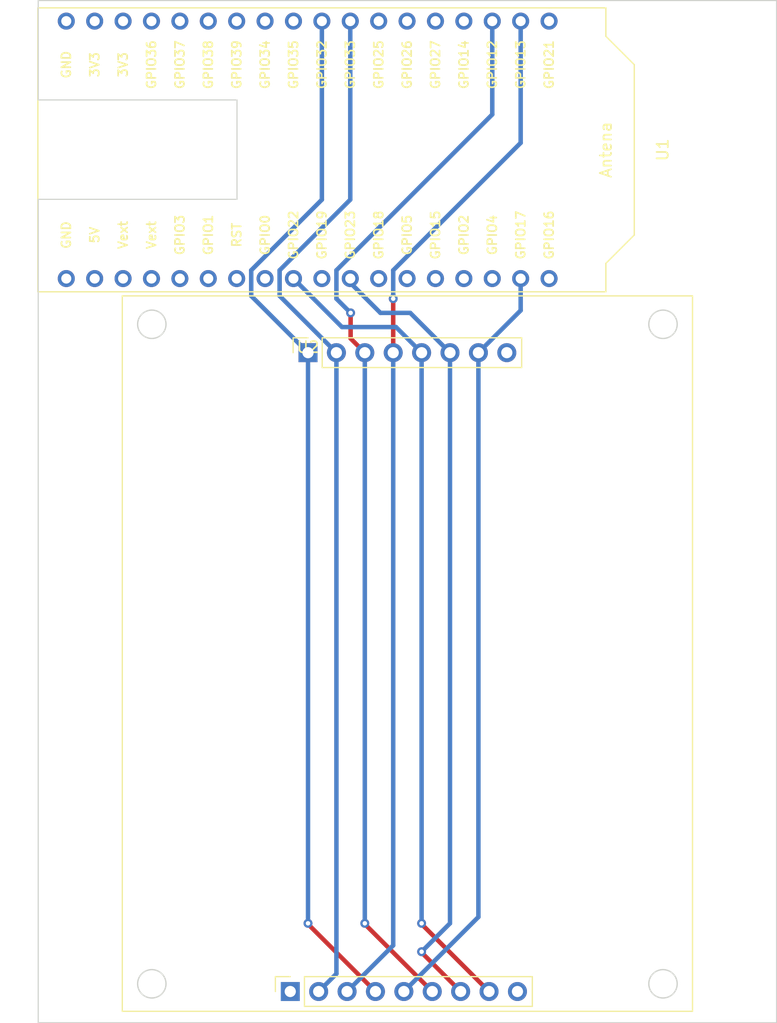
<source format=kicad_pcb>
(kicad_pcb (version 20221018) (generator pcbnew)
  (layers (0 "F.Cu" signal) (31 "B.Cu" signal) (34 "B.Paste" user) (35 "F.Paste" user) (36 "B.SilkS" user "B.Silkscreen") (37 "F.SilkS" user "F.Silkscreen") (38 "B.Mask" user) (39 "F.Mask" user) (44 "Edge.Cuts" user))
  (net 0 "")
  (net 9 "R2")
  (net 11 "R3")
  (net 17 "R4")
  (net 20 "R1")
  (net 21 "C3")
  (net 26 "C2")
  (net 27 "C1")
  (footprint "Heltec_wifi_LoRa_v2:Heltec_WiFi_LoRa_V2" (layer "F.Cu") (at 140.94 61.615 90)
    (fp_text reference "U1" (at 0 27.94 90) (layer "F.SilkS"))
    (fp_text value "Heltec_Wifi_LoRa_V1")
    (fp_text user "GPIO2" (at -7.62 10.16 90) (layer "F.SilkS") (effects (font (size 0.8 0.8))))
    (fp_text user "GPIO13" (at 7.62 15.24 90) (layer "F.SilkS") (effects (font (size 0.8 0.8))))
    (fp_text user "GPIO0" (at -7.62 -7.62 90) (layer "F.SilkS") (effects (font (size 0.8 0.8))))
    (fp_text user "3V3" (at 7.62 -22.86 90) (layer "F.SilkS") (effects (font (size 0.8 0.8))))
    (fp_text user "3V3" (at 7.62 -20.32 90) (layer "F.SilkS") (effects (font (size 0.8 0.8))))
    (fp_text user "Vext" (at -7.62 -20.32 90) (layer "F.SilkS") (effects (font (size 0.8 0.8))))
    (fp_text user "GPIO32" (at 7.62 -2.54 90) (layer "F.SilkS") (effects (font (size 0.8 0.8))))
    (fp_text user "GPIO37" (at 7.62 -15.24 90) (layer "F.SilkS") (effects (font (size 0.8 0.8))))
    (fp_text user "5V" (at -7.62 -22.86 90) (layer "F.SilkS") (effects (font (size 0.8 0.8))))
    (fp_text user "GPIO34" (at 7.62 -7.62 90) (layer "F.SilkS") (effects (font (size 0.8 0.8))))
    (fp_text user "RST" (at -7.62 -10.16 90) (layer "F.SilkS") (effects (font (size 0.8 0.8))))
    (fp_text user "GPIO3" (at -7.62 -15.24 90) (layer "F.SilkS") (effects (font (size 0.8 0.8))))
    (fp_text user "GPIO33" (at 7.62 0 90) (layer "F.SilkS") (effects (font (size 0.8 0.8))))
    (fp_text user "GND" (at 7.62 -25.4 90) (layer "F.SilkS") (effects (font (size 0.8 0.8))))
    (fp_text user "GPIO26" (at 7.62 5.08 90) (layer "F.SilkS") (effects (font (size 0.8 0.8))))
    (fp_text user "Vext" (at -7.62 -17.78 90) (layer "F.SilkS") (effects (font (size 0.8 0.8))))
    (fp_text user "GPIO18" (at -7.62 2.54 90) (layer "F.SilkS") (effects (font (size 0.8 0.8))))
    (fp_text user "GPIO17" (at -7.62 15.24 90) (layer "F.SilkS") (effects (font (size 0.8 0.8))))
    (fp_text user "GPIO4" (at -7.62 12.7 90) (layer "F.SilkS") (effects (font (size 0.8 0.8))))
    (fp_text user "GPIO23" (at -7.62 0 90) (layer "F.SilkS") (effects (font (size 0.8 0.8))))
    (fp_text user "GPIO19" (at -7.62 -2.54 90) (layer "F.SilkS") (effects (font (size 0.8 0.8))))
    (fp_text user "GPIO21" (at 7.62 17.78 90) (layer "F.SilkS") (effects (font (size 0.8 0.8))))
    (fp_text user "GPIO36" (at 7.62 -17.78 90) (layer "F.SilkS") (effects (font (size 0.8 0.8))))
    (fp_text user "GPIO38" (at 7.62 -12.7 90) (layer "F.SilkS") (effects (font (size 0.8 0.8))))
    (fp_text user "GPIO14" (at 7.62 10.16 90) (layer "F.SilkS") (effects (font (size 0.8 0.8))))
    (fp_text user "GPIO16" (at -7.62 17.78 90) (layer "F.SilkS") (effects (font (size 0.8 0.8))))
    (fp_text user "Antena" (at 0 22.86 90) (layer "F.SilkS"))
    (fp_text user "GND" (at -7.62 -25.4 90) (layer "F.SilkS") (effects (font (size 0.8 0.8))))
    (fp_text user "GPIO39" (at 7.62 -10.16 90) (layer "F.SilkS") (effects (font (size 0.8 0.8))))
    (fp_text user "GPIO15" (at -7.62 7.62 90) (layer "F.SilkS") (effects (font (size 0.8 0.8))))
    (fp_text user "GPIO35" (at 7.62 -5.08 90) (layer "F.SilkS") (effects (font (size 0.8 0.8))))
    (fp_text user "GPIO1" (at -7.62 -12.7 90) (layer "F.SilkS") (effects (font (size 0.8 0.8))))
    (fp_text user "GPIO5" (at -7.62 5.08 90) (layer "F.SilkS") (effects (font (size 0.8 0.8))))
    (fp_text user "GPIO27" (at 7.62 7.62 90) (layer "F.SilkS") (effects (font (size 0.8 0.8))))
    (fp_text user "GPIO25" (at 7.62 2.54 90) (layer "F.SilkS") (effects (font (size 0.8 0.8))))
    (fp_text user "GPIO12" (at 7.62 12.7 90) (layer "F.SilkS") (effects (font (size 0.8 0.8))))
    (fp_text user "GPIO22" (at -7.62 -5.08 90) (layer "F.SilkS") (effects (font (size 0.8 0.8))))
    (fp_line (start -12.7 -27.94) (end -12.7 17.78) (stroke (width 0.12)) (layer "F.SilkS"))
    (fp_line (start -12.7 -27.94) (end 12.7 -27.94) (stroke (width 0.12)) (layer "F.SilkS"))
    (fp_line (start -12.7 17.78) (end -12.7 22.86) (stroke (width 0.12)) (layer "F.SilkS"))
    (fp_line (start -12.7 22.86) (end -10.16 22.86) (stroke (width 0.12)) (layer "F.SilkS"))
    (fp_line (start -10.16 22.86) (end -7.62 25.4) (stroke (width 0.12)) (layer "F.SilkS"))
    (fp_line (start -7.62 25.4) (end 7.62 25.4) (stroke (width 0.12)) (layer "F.SilkS"))
    (fp_line (start 7.62 25.4) (end 10.16 22.86) (stroke (width 0.12)) (layer "F.SilkS"))
    (fp_line (start 10.16 22.86) (end 12.7 22.86) (stroke (width 0.12)) (layer "F.SilkS"))
    (fp_line (start 12.7 17.78) (end 12.7 -27.94) (stroke (width 0.12)) (layer "F.SilkS"))
    (fp_line (start 12.7 22.86) (end 12.7 17.78) (stroke (width 0.12)) (layer "F.SilkS"))
    (pad "1" thru_hole circle locked (at -11.515 -25.4 90) (size 1.524 1.524) (drill 0.9) (layers "*.Cu" "*.Mask"))
    (pad "2" thru_hole circle locked (at -11.515 -22.86 90) (size 1.524 1.524) (drill 0.9) (layers "*.Cu" "*.Mask"))
    (pad "3" thru_hole circle locked (at -11.515 -20.32 90) (size 1.524 1.524) (drill 0.9) (layers "*.Cu" "*.Mask"))
    (pad "4" thru_hole circle locked (at -11.515 -17.78 90) (size 1.524 1.524) (drill 0.9) (layers "*.Cu" "*.Mask"))
    (pad "5" thru_hole circle locked (at -11.515 -15.24 90) (size 1.524 1.524) (drill 0.9) (layers "*.Cu" "*.Mask"))
    (pad "6" thru_hole circle locked (at -11.515 -12.7 90) (size 1.524 1.524) (drill 0.9) (layers "*.Cu" "*.Mask"))
    (pad "7" thru_hole circle locked (at -11.515 -10.16 90) (size 1.524 1.524) (drill 0.9) (layers "*.Cu" "*.Mask"))
    (pad "8" thru_hole circle locked (at -11.515 -7.62 90) (size 1.524 1.524) (drill 0.9) (layers "*.Cu" "*.Mask"))
    (pad "9" thru_hole circle locked (at -11.515 -5.08 90) (size 1.524 1.524) (drill 0.9) (layers "*.Cu" "*.Mask") (net 9 "R2"))
    (pad "10" thru_hole circle locked (at -11.515 -2.54 90) (size 1.524 1.524) (drill 0.9) (layers "*.Cu" "*.Mask"))
    (pad "11" thru_hole circle locked (at -11.515 0 90) (size 1.524 1.524) (drill 0.9) (layers "*.Cu" "*.Mask") (net 11 "R3"))
    (pad "12" thru_hole circle locked (at -11.515 2.54 90) (size 1.524 1.524) (drill 0.9) (layers "*.Cu" "*.Mask"))
    (pad "13" thru_hole circle locked (at -11.515 5.08 90) (size 1.524 1.524) (drill 0.9) (layers "*.Cu" "*.Mask"))
    (pad "14" thru_hole circle locked (at -11.515 7.62 90) (size 1.524 1.524) (drill 0.9) (layers "*.Cu" "*.Mask"))
    (pad "15" thru_hole circle locked (at -11.515 10.16 90) (size 1.524 1.524) (drill 0.9) (layers "*.Cu" "*.Mask"))
    (pad "16" thru_hole circle locked (at -11.515 12.7 90) (size 1.524 1.524) (drill 0.9) (layers "*.Cu" "*.Mask"))
    (pad "17" thru_hole circle locked (at -11.515 15.24 90) (size 1.524 1.524) (drill 0.9) (layers "*.Cu" "*.Mask") (net 17 "R4"))
    (pad "18" thru_hole circle locked (at -11.515 17.78 90) (size 1.524 1.524) (drill 0.9) (layers "*.Cu" "*.Mask"))
    (pad "19" thru_hole circle locked (at 11.515 17.78 90) (size 1.524 1.524) (drill 0.9) (layers "*.Cu" "*.Mask"))
    (pad "20" thru_hole circle locked (at 11.515 15.24 90) (size 1.524 1.524) (drill 0.9) (layers "*.Cu" "*.Mask") (net 20 "R1"))
    (pad "21" thru_hole circle locked (at 11.515 12.7 90) (size 1.524 1.524) (drill 0.9) (layers "*.Cu" "*.Mask") (net 21 "C3"))
    (pad "22" thru_hole circle locked (at 11.515 10.16 90) (size 1.524 1.524) (drill 0.9) (layers "*.Cu" "*.Mask"))
    (pad "23" thru_hole circle locked (at 11.515 7.62 90) (size 1.524 1.524) (drill 0.9) (layers "*.Cu" "*.Mask"))
    (pad "24" thru_hole circle locked (at 11.515 5.08 90) (size 1.524 1.524) (drill 0.9) (layers "*.Cu" "*.Mask"))
    (pad "25" thru_hole circle locked (at 11.515 2.54 90) (size 1.524 1.524) (drill 0.9) (layers "*.Cu" "*.Mask"))
    (pad "26" thru_hole circle locked (at 11.515 0 90) (size 1.524 1.524) (drill 0.9) (layers "*.Cu" "*.Mask") (net 26 "C2"))
    (pad "27" thru_hole circle locked (at 11.515 -2.54 90) (size 1.524 1.524) (drill 0.9) (layers "*.Cu" "*.Mask") (net 27 "C1"))
    (pad "28" thru_hole circle locked (at 11.515 -5.08 90) (size 1.524 1.524) (drill 0.9) (layers "*.Cu" "*.Mask"))
    (pad "29" thru_hole circle locked (at 11.515 -7.62 90) (size 1.524 1.524) (drill 0.9) (layers "*.Cu" "*.Mask"))
    (pad "30" thru_hole circle locked (at 11.515 -10.16 90) (size 1.524 1.524) (drill 0.9) (layers "*.Cu" "*.Mask"))
    (pad "31" thru_hole circle locked (at 11.515 -12.7 90) (size 1.524 1.524) (drill 0.9) (layers "*.Cu" "*.Mask"))
    (pad "32" thru_hole circle locked (at 11.515 -15.24 90) (size 1.524 1.524) (drill 0.9) (layers "*.Cu" "*.Mask"))
    (pad "33" thru_hole circle locked (at 11.515 -17.78 90) (size 1.524 1.524) (drill 0.9) (layers "*.Cu" "*.Mask"))
    (pad "34" thru_hole circle locked (at 11.515 -20.32 90) (size 1.524 1.524) (drill 0.9) (layers "*.Cu" "*.Mask"))
    (pad "35" thru_hole circle locked (at 11.515 -22.86 90) (size 1.524 1.524) (drill 0.9) (layers "*.Cu" "*.Mask"))
    (pad "36" thru_hole circle locked (at 11.515 -25.4 90) (size 1.524 1.524) (drill 0.9) (layers "*.Cu" "*.Mask"))
  )
  (footprint "keypad:3x4_keypad" (layer "F.Cu") (at 137.16 79.76)
    (fp_text reference "U2" (at 0 -0.5 unlocked) (layer "F.SilkS"))
    (fp_text value "~")
    (fp_line (start -16.61 -5.08) (end -16.61 58.92) (stroke (width 0.12)) (layer "F.SilkS"))
    (fp_line (start -16.61 -5.08) (end 34.39 -5.08) (stroke (width 0.12)) (layer "F.SilkS"))
    (fp_line (start -2.9175 55.82) (end -1.5875 55.82) (stroke (width 0.12)) (layer "F.SilkS"))
    (fp_line (start -2.9175 57.15) (end -2.9175 55.82) (stroke (width 0.12)) (layer "F.SilkS"))
    (fp_line (start -1.33 -1.33) (end 0 -1.33) (stroke (width 0.12)) (layer "F.SilkS"))
    (fp_line (start -1.33 0) (end -1.33 -1.33) (stroke (width 0.12)) (layer "F.SilkS"))
    (fp_line (start -0.3175 55.82) (end 20.0625 55.82) (stroke (width 0.12)) (layer "F.SilkS"))
    (fp_line (start -0.3175 58.48) (end -0.3175 55.82) (stroke (width 0.12)) (layer "F.SilkS"))
    (fp_line (start -0.3175 58.48) (end 20.0625 58.48) (stroke (width 0.12)) (layer "F.SilkS"))
    (fp_line (start 1.27 -1.33) (end 19.11 -1.33) (stroke (width 0.12)) (layer "F.SilkS"))
    (fp_line (start 1.27 1.33) (end 1.27 -1.33) (stroke (width 0.12)) (layer "F.SilkS"))
    (fp_line (start 1.27 1.33) (end 19.11 1.33) (stroke (width 0.12)) (layer "F.SilkS"))
    (fp_line (start 19.11 1.33) (end 19.11 -1.33) (stroke (width 0.12)) (layer "F.SilkS"))
    (fp_line (start 20.0625 58.48) (end 20.0625 55.82) (stroke (width 0.12)) (layer "F.SilkS"))
    (fp_line (start 34.39 -5.08) (end 34.39 58.92) (stroke (width 0.12)) (layer "F.SilkS"))
    (fp_line (start 34.39 58.92) (end -16.61 58.92) (stroke (width 0.12)) (layer "F.SilkS"))
    (fp_circle (center -13.97 -2.54) (end -13.97 -3.81) (stroke (width 0.12)) (fill none) (layer "Edge.Cuts"))
    (fp_circle (center -13.97 56.46) (end -12.7 56.46) (stroke (width 0.12)) (fill none) (layer "Edge.Cuts"))
    (fp_circle (center 31.75 -2.54) (end 30.48 -2.54) (stroke (width 0.12)) (fill none) (layer "Edge.Cuts"))
    (fp_circle (center 31.75 56.46) (end 33.02 56.46) (stroke (width 0.12)) (fill none) (layer "Edge.Cuts"))
    (pad "A1" thru_hole rect locked (at 0 0 90) (size 1.7 1.7) (drill 1) (layers "*.Cu" "*.Mask") (net 27 "C1"))
    (pad "A2" thru_hole oval locked (at 2.54 0 90) (size 1.7 1.7) (drill 1) (layers "*.Cu" "*.Mask") (net 26 "C2"))
    (pad "A3" thru_hole oval locked (at 5.08 0 90) (size 1.7 1.7) (drill 1) (layers "*.Cu" "*.Mask") (net 21 "C3"))
    (pad "A4" thru_hole oval locked (at 7.62 0 90) (size 1.7 1.7) (drill 1) (layers "*.Cu" "*.Mask") (net 20 "R1"))
    (pad "A5" thru_hole oval locked (at 10.16 0 90) (size 1.7 1.7) (drill 1) (layers "*.Cu" "*.Mask") (net 9 "R2"))
    (pad "A6" thru_hole oval locked (at 12.7 0 90) (size 1.7 1.7) (drill 1) (layers "*.Cu" "*.Mask") (net 11 "R3"))
    (pad "A7" thru_hole oval locked (at 15.24 0 90) (size 1.7 1.7) (drill 1) (layers "*.Cu" "*.Mask") (net 17 "R4"))
    (pad "A8" thru_hole oval locked (at 17.78 0 90) (size 1.7 1.7) (drill 1) (layers "*.Cu" "*.Mask"))
    (pad "B1" thru_hole rect locked (at -1.5875 57.15 90) (size 1.7 1.7) (drill 1) (layers "*.Cu" "*.Mask"))
    (pad "B2" thru_hole oval locked (at 0.9525 57.15 90) (size 1.7 1.7) (drill 1) (layers "*.Cu" "*.Mask") (net 26 "C2"))
    (pad "B3" thru_hole oval locked (at 3.4925 57.15 90) (size 1.7 1.7) (drill 1) (layers "*.Cu" "*.Mask") (net 20 "R1"))
    (pad "B4" thru_hole oval locked (at 6.0325 57.15 90) (size 1.7 1.7) (drill 1) (layers "*.Cu" "*.Mask") (net 27 "C1"))
    (pad "B5" thru_hole oval locked (at 8.5725 57.15 90) (size 1.7 1.7) (drill 1) (layers "*.Cu" "*.Mask") (net 17 "R4"))
    (pad "B6" thru_hole oval locked (at 11.1125 57.15 90) (size 1.7 1.7) (drill 1) (layers "*.Cu" "*.Mask") (net 21 "C3"))
    (pad "B7" thru_hole oval locked (at 13.6525 57.15 90) (size 1.7 1.7) (drill 1) (layers "*.Cu" "*.Mask") (net 11 "R3"))
    (pad "B8" thru_hole oval locked (at 16.1925 57.15 90) (size 1.7 1.7) (drill 1) (layers "*.Cu" "*.Mask") (net 9 "R2"))
    (pad "B9" thru_hole oval locked (at 18.7325 57.15 90) (size 1.7 1.7) (drill 1) (layers "*.Cu" "*.Mask"))
  )
  (gr_line (start 130.81 57.15) (end 113.03 57.15) (stroke (width 0.1)) (layer "Edge.Cuts"))
  (gr_line (start 179.07 139.7) (end 113.03 139.7) (stroke (width 0.1)) (layer "Edge.Cuts"))
  (gr_line (start 179.07 48.26) (end 179.07 139.7) (stroke (width 0.1)) (layer "Edge.Cuts"))
  (gr_line (start 113.03 66.04) (end 113.03 139.7) (stroke (width 0.1)) (layer "Edge.Cuts"))
  (gr_line (start 113.03 57.15) (end 113.03 48.26) (stroke (width 0.1)) (layer "Edge.Cuts"))
  (gr_line (start 113.03 66.04) (end 130.81 66.04) (stroke (width 0.1)) (layer "Edge.Cuts"))
  (gr_line (start 130.81 66.04) (end 130.81 57.15) (stroke (width 0.1)) (layer "Edge.Cuts"))
  (gr_line (start 113.03 48.26) (end 179.07 48.26) (stroke (width 0.1)) (layer "Edge.Cuts"))
  (segment (start 153.3525 136.91) (end 147.32 130.8775) (width 0.4) (layer "F.Cu") (net 9))
  (segment (start 147.32 130.8775) (end 147.32 130.81) (width 0.4) (layer "F.Cu") (net 9))
  (via (at 147.32 130.81) (size 0.8) (drill 0.4) (layers "F.Cu" "B.Cu") (net 9))
  (segment (start 140.2 77.47) (end 135.86 73.13) (width 0.4) (layer "B.Cu") (net 9))
  (segment (start 145.03 77.47) (end 140.2 77.47) (width 0.4) (layer "B.Cu") (net 9))
  (segment (start 147.32 79.76) (end 147.32 130.81) (width 0.4) (layer "B.Cu") (net 9))
  (segment (start 147.32 79.76) (end 145.03 77.47) (width 0.4) (layer "B.Cu") (net 9))
  (segment (start 147.32 133.4175) (end 147.32 133.35) (width 0.25) (layer "F.Cu") (net 11))
  (segment (start 150.8125 136.91) (end 147.32 133.4175) (width 0.4) (layer "F.Cu") (net 11))
  (via (at 147.32 133.35) (size 0.8) (drill 0.4) (layers "F.Cu" "B.Cu") (net 11))
  (segment (start 140.94 73.505) (end 143.635 76.2) (width 0.4) (layer "B.Cu") (net 11))
  (segment (start 146.3 76.2) (end 149.86 79.76) (width 0.4) (layer "B.Cu") (net 11))
  (segment (start 149.86 79.76) (end 149.86 130.81) (width 0.4) (layer "B.Cu") (net 11))
  (segment (start 140.94 73.13) (end 140.94 73.505) (width 0.4) (layer "B.Cu") (net 11))
  (segment (start 143.635 76.2) (end 146.3 76.2) (width 0.4) (layer "B.Cu") (net 11))
  (segment (start 149.86 130.81) (end 147.32 133.35) (width 0.4) (layer "B.Cu") (net 11))
  (segment (start 152.4 79.76) (end 156.18 75.98) (width 0.4) (layer "B.Cu") (net 17))
  (segment (start 156.18 75.98) (end 156.18 73.13) (width 0.4) (layer "B.Cu") (net 17))
  (segment (start 152.4 130.2425) (end 145.7325 136.91) (width 0.4) (layer "B.Cu") (net 17))
  (segment (start 152.4 79.76) (end 152.4 130.2425) (width 0.4) (layer "B.Cu") (net 17))
  (segment (start 144.78 79.76) (end 144.78 74.93) (width 0.4) (layer "F.Cu") (net 20))
  (via (at 144.78 74.93) (size 0.8) (drill 0.4) (layers "F.Cu" "B.Cu") (net 20))
  (segment (start 156.18 60.99) (end 144.78 72.39) (width 0.4) (layer "B.Cu") (net 20))
  (segment (start 156.18 50.1) (end 156.18 60.99) (width 0.4) (layer "B.Cu") (net 20))
  (segment (start 144.78 79.76) (end 144.78 132.7825) (width 0.4) (layer "B.Cu") (net 20))
  (segment (start 144.78 132.7825) (end 140.6525 136.91) (width 0.4) (layer "B.Cu") (net 20))
  (segment (start 144.78 72.39) (end 144.78 74.93) (width 0.4) (layer "B.Cu") (net 20))
  (segment (start 142.24 130.8775) (end 142.24 130.81) (width 0.4) (layer "F.Cu") (net 21))
  (segment (start 148.2725 136.91) (end 142.24 130.8775) (width 0.4) (layer "F.Cu") (net 21))
  (segment (start 140.97 78.49) (end 142.24 79.76) (width 0.4) (layer "F.Cu") (net 21))
  (segment (start 140.97 76.2) (end 140.97 78.49) (width 0.4) (layer "F.Cu") (net 21))
  (via (at 140.97 76.2) (size 0.8) (drill 0.4) (layers "F.Cu" "B.Cu") (net 21))
  (via (at 142.24 130.81) (size 0.8) (drill 0.4) (layers "F.Cu" "B.Cu") (net 21))
  (segment (start 153.64 50.1) (end 153.64 58.45) (width 0.4) (layer "B.Cu") (net 21))
  (segment (start 142.24 79.76) (end 142.24 130.81) (width 0.4) (layer "B.Cu") (net 21))
  (segment (start 153.64 58.45) (end 139.7 72.39) (width 0.4) (layer "B.Cu") (net 21))
  (segment (start 139.7 74.93) (end 140.97 76.2) (width 0.4) (layer "B.Cu") (net 21))
  (segment (start 139.7 72.39) (end 139.7 74.93) (width 0.4) (layer "B.Cu") (net 21))
  (segment (start 134.62 72.39) (end 134.62 74.68) (width 0.4) (layer "B.Cu") (net 26))
  (segment (start 140.94 50.1) (end 140.94 66.07) (width 0.4) (layer "B.Cu") (net 26))
  (segment (start 134.62 74.68) (end 139.7 79.76) (width 0.4) (layer "B.Cu") (net 26))
  (segment (start 139.7 135.3225) (end 138.1125 136.91) (width 0.4) (layer "B.Cu") (net 26))
  (segment (start 139.7 79.76) (end 139.7 135.3225) (width 0.4) (layer "B.Cu") (net 26))
  (segment (start 140.94 66.07) (end 134.62 72.39) (width 0.4) (layer "B.Cu") (net 26))
  (segment (start 137.16 130.8775) (end 137.16 130.81) (width 0.4) (layer "F.Cu") (net 27))
  (segment (start 143.1925 136.91) (end 137.16 130.8775) (width 0.4) (layer "F.Cu") (net 27))
  (via (at 137.16 130.81) (size 0.8) (drill 0.4) (layers "F.Cu" "B.Cu") (net 27))
  (segment (start 137.16 79.76) (end 132.08 74.68) (width 0.4) (layer "B.Cu") (net 27))
  (segment (start 132.08 72.39) (end 138.4 66.07) (width 0.4) (layer "B.Cu") (net 27))
  (segment (start 137.16 79.76) (end 137.16 130.81) (width 0.4) (layer "B.Cu") (net 27))
  (segment (start 138.4 66.07) (end 138.4 50.1) (width 0.4) (layer "B.Cu") (net 27))
  (segment (start 132.08 74.68) (end 132.08 72.39) (width 0.4) (layer "B.Cu") (net 27))
)
</source>
